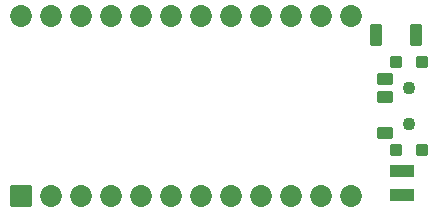
<source format=gbr>
%TF.GenerationSoftware,KiCad,Pcbnew,(6.0.4)*%
%TF.CreationDate,2022-10-24T23:50:00-04:00*%
%TF.ProjectId,battpack,62617474-7061-4636-9b2e-6b696361645f,v1.0.0*%
%TF.SameCoordinates,Original*%
%TF.FileFunction,Soldermask,Top*%
%TF.FilePolarity,Negative*%
%FSLAX46Y46*%
G04 Gerber Fmt 4.6, Leading zero omitted, Abs format (unit mm)*
G04 Created by KiCad (PCBNEW (6.0.4)) date 2022-10-24 23:50:00*
%MOMM*%
%LPD*%
G01*
G04 APERTURE LIST*
G04 Aperture macros list*
%AMRoundRect*
0 Rectangle with rounded corners*
0 $1 Rounding radius*
0 $2 $3 $4 $5 $6 $7 $8 $9 X,Y pos of 4 corners*
0 Add a 4 corners polygon primitive as box body*
4,1,4,$2,$3,$4,$5,$6,$7,$8,$9,$2,$3,0*
0 Add four circle primitives for the rounded corners*
1,1,$1+$1,$2,$3*
1,1,$1+$1,$4,$5*
1,1,$1+$1,$6,$7*
1,1,$1+$1,$8,$9*
0 Add four rect primitives between the rounded corners*
20,1,$1+$1,$2,$3,$4,$5,0*
20,1,$1+$1,$4,$5,$6,$7,0*
20,1,$1+$1,$6,$7,$8,$9,0*
20,1,$1+$1,$8,$9,$2,$3,0*%
G04 Aperture macros list end*
%ADD10RoundRect,0.050000X-0.876300X-0.876300X0.876300X-0.876300X0.876300X0.876300X-0.876300X0.876300X0*%
%ADD11C,1.852600*%
%ADD12C,1.100000*%
%ADD13RoundRect,0.050000X-0.625000X0.450000X-0.625000X-0.450000X0.625000X-0.450000X0.625000X0.450000X0*%
%ADD14RoundRect,0.050000X-0.450000X0.450000X-0.450000X-0.450000X0.450000X-0.450000X0.450000X0.450000X0*%
%ADD15RoundRect,0.050000X-0.450000X-0.850000X0.450000X-0.850000X0.450000X0.850000X-0.450000X0.850000X0*%
%ADD16RoundRect,0.050000X-1.000000X-0.500000X1.000000X-0.500000X1.000000X0.500000X-1.000000X0.500000X0*%
G04 APERTURE END LIST*
D10*
%TO.C,*%
X-13970000Y-7620000D03*
D11*
X-11430000Y-7620000D03*
X-8890000Y-7620000D03*
X-6350000Y-7620000D03*
X-3810000Y-7620000D03*
X-1270000Y-7620000D03*
X1270000Y-7620000D03*
X3810000Y-7620000D03*
X6350000Y-7620000D03*
X8890000Y-7620000D03*
X11430000Y-7620000D03*
X13970000Y-7620000D03*
X13970000Y7620000D03*
X11430000Y7620000D03*
X8890000Y7620000D03*
X6350000Y7620000D03*
X3810000Y7620000D03*
X1270000Y7620000D03*
X-1270000Y7620000D03*
X-3810000Y7620000D03*
X-6350000Y7620000D03*
X-8890000Y7620000D03*
X-11430000Y7620000D03*
X-13970000Y7620000D03*
%TD*%
D12*
%TO.C,T1*%
X18850000Y-1500000D03*
X18850000Y1500000D03*
%TD*%
%TO.C,T2*%
X18850000Y-1500000D03*
X18850000Y1500000D03*
D13*
X16775000Y-2250000D03*
X16775000Y750000D03*
X16775000Y2250000D03*
D14*
X19950000Y-3700000D03*
X17750000Y-3700000D03*
X17750000Y3700000D03*
X19950000Y3700000D03*
%TD*%
D15*
%TO.C,B1*%
X16050000Y6000000D03*
X19450000Y6000000D03*
%TD*%
D16*
%TO.C,PAD3*%
X18250000Y-7500000D03*
%TD*%
%TO.C,PAD4*%
X18250000Y-5500000D03*
%TD*%
M02*

</source>
